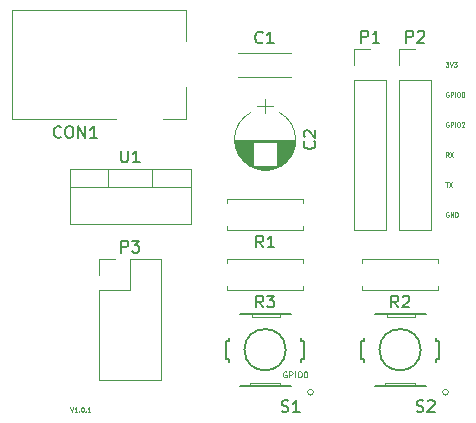
<source format=gbr>
G04 #@! TF.FileFunction,Legend,Top*
%FSLAX46Y46*%
G04 Gerber Fmt 4.6, Leading zero omitted, Abs format (unit mm)*
G04 Created by KiCad (PCBNEW 4.0.5+dfsg1-4~bpo8+1) date Tue Aug 29 22:55:19 2017*
%MOMM*%
%LPD*%
G01*
G04 APERTURE LIST*
%ADD10C,0.100000*%
%ADD11C,0.076200*%
%ADD12C,0.120000*%
%ADD13C,0.152400*%
%ADD14C,0.050800*%
%ADD15C,0.150000*%
G04 APERTURE END LIST*
D10*
D11*
X133386286Y-105201357D02*
X133513286Y-105582357D01*
X133640286Y-105201357D01*
X133966857Y-105582357D02*
X133749142Y-105582357D01*
X133858000Y-105582357D02*
X133858000Y-105201357D01*
X133821714Y-105255786D01*
X133785428Y-105292071D01*
X133749142Y-105310214D01*
X134130142Y-105546071D02*
X134148285Y-105564214D01*
X134130142Y-105582357D01*
X134111999Y-105564214D01*
X134130142Y-105546071D01*
X134130142Y-105582357D01*
X134384143Y-105201357D02*
X134420428Y-105201357D01*
X134456714Y-105219500D01*
X134474857Y-105237643D01*
X134493000Y-105273929D01*
X134511143Y-105346500D01*
X134511143Y-105437214D01*
X134493000Y-105509786D01*
X134474857Y-105546071D01*
X134456714Y-105564214D01*
X134420428Y-105582357D01*
X134384143Y-105582357D01*
X134347857Y-105564214D01*
X134329714Y-105546071D01*
X134311571Y-105509786D01*
X134293428Y-105437214D01*
X134293428Y-105346500D01*
X134311571Y-105273929D01*
X134329714Y-105237643D01*
X134347857Y-105219500D01*
X134384143Y-105201357D01*
X134674428Y-105546071D02*
X134692571Y-105564214D01*
X134674428Y-105582357D01*
X134656285Y-105564214D01*
X134674428Y-105546071D01*
X134674428Y-105582357D01*
X135055429Y-105582357D02*
X134837714Y-105582357D01*
X134946572Y-105582357D02*
X134946572Y-105201357D01*
X134910286Y-105255786D01*
X134874000Y-105292071D01*
X134837714Y-105310214D01*
X165390286Y-88709500D02*
X165354000Y-88691357D01*
X165299571Y-88691357D01*
X165245143Y-88709500D01*
X165208857Y-88745786D01*
X165190714Y-88782071D01*
X165172571Y-88854643D01*
X165172571Y-88909071D01*
X165190714Y-88981643D01*
X165208857Y-89017929D01*
X165245143Y-89054214D01*
X165299571Y-89072357D01*
X165335857Y-89072357D01*
X165390286Y-89054214D01*
X165408429Y-89036071D01*
X165408429Y-88909071D01*
X165335857Y-88909071D01*
X165571714Y-89072357D02*
X165571714Y-88691357D01*
X165789429Y-89072357D01*
X165789429Y-88691357D01*
X165970857Y-89072357D02*
X165970857Y-88691357D01*
X166061572Y-88691357D01*
X166116000Y-88709500D01*
X166152286Y-88745786D01*
X166170429Y-88782071D01*
X166188572Y-88854643D01*
X166188572Y-88909071D01*
X166170429Y-88981643D01*
X166152286Y-89017929D01*
X166116000Y-89054214D01*
X166061572Y-89072357D01*
X165970857Y-89072357D01*
X165136286Y-86151357D02*
X165354000Y-86151357D01*
X165245143Y-86532357D02*
X165245143Y-86151357D01*
X165444715Y-86151357D02*
X165698715Y-86532357D01*
X165698715Y-86151357D02*
X165444715Y-86532357D01*
X165408429Y-83992357D02*
X165281429Y-83810929D01*
X165190714Y-83992357D02*
X165190714Y-83611357D01*
X165335857Y-83611357D01*
X165372143Y-83629500D01*
X165390286Y-83647643D01*
X165408429Y-83683929D01*
X165408429Y-83738357D01*
X165390286Y-83774643D01*
X165372143Y-83792786D01*
X165335857Y-83810929D01*
X165190714Y-83810929D01*
X165535429Y-83611357D02*
X165789429Y-83992357D01*
X165789429Y-83611357D02*
X165535429Y-83992357D01*
X165390286Y-81089500D02*
X165354000Y-81071357D01*
X165299571Y-81071357D01*
X165245143Y-81089500D01*
X165208857Y-81125786D01*
X165190714Y-81162071D01*
X165172571Y-81234643D01*
X165172571Y-81289071D01*
X165190714Y-81361643D01*
X165208857Y-81397929D01*
X165245143Y-81434214D01*
X165299571Y-81452357D01*
X165335857Y-81452357D01*
X165390286Y-81434214D01*
X165408429Y-81416071D01*
X165408429Y-81289071D01*
X165335857Y-81289071D01*
X165571714Y-81452357D02*
X165571714Y-81071357D01*
X165716857Y-81071357D01*
X165753143Y-81089500D01*
X165771286Y-81107643D01*
X165789429Y-81143929D01*
X165789429Y-81198357D01*
X165771286Y-81234643D01*
X165753143Y-81252786D01*
X165716857Y-81270929D01*
X165571714Y-81270929D01*
X165952714Y-81452357D02*
X165952714Y-81071357D01*
X166206715Y-81071357D02*
X166279286Y-81071357D01*
X166315572Y-81089500D01*
X166351858Y-81125786D01*
X166370000Y-81198357D01*
X166370000Y-81325357D01*
X166351858Y-81397929D01*
X166315572Y-81434214D01*
X166279286Y-81452357D01*
X166206715Y-81452357D01*
X166170429Y-81434214D01*
X166134143Y-81397929D01*
X166116000Y-81325357D01*
X166116000Y-81198357D01*
X166134143Y-81125786D01*
X166170429Y-81089500D01*
X166206715Y-81071357D01*
X166515143Y-81107643D02*
X166533286Y-81089500D01*
X166569572Y-81071357D01*
X166660286Y-81071357D01*
X166696572Y-81089500D01*
X166714715Y-81107643D01*
X166732858Y-81143929D01*
X166732858Y-81180214D01*
X166714715Y-81234643D01*
X166497001Y-81452357D01*
X166732858Y-81452357D01*
X165390286Y-78549500D02*
X165354000Y-78531357D01*
X165299571Y-78531357D01*
X165245143Y-78549500D01*
X165208857Y-78585786D01*
X165190714Y-78622071D01*
X165172571Y-78694643D01*
X165172571Y-78749071D01*
X165190714Y-78821643D01*
X165208857Y-78857929D01*
X165245143Y-78894214D01*
X165299571Y-78912357D01*
X165335857Y-78912357D01*
X165390286Y-78894214D01*
X165408429Y-78876071D01*
X165408429Y-78749071D01*
X165335857Y-78749071D01*
X165571714Y-78912357D02*
X165571714Y-78531357D01*
X165716857Y-78531357D01*
X165753143Y-78549500D01*
X165771286Y-78567643D01*
X165789429Y-78603929D01*
X165789429Y-78658357D01*
X165771286Y-78694643D01*
X165753143Y-78712786D01*
X165716857Y-78730929D01*
X165571714Y-78730929D01*
X165952714Y-78912357D02*
X165952714Y-78531357D01*
X166206715Y-78531357D02*
X166279286Y-78531357D01*
X166315572Y-78549500D01*
X166351858Y-78585786D01*
X166370000Y-78658357D01*
X166370000Y-78785357D01*
X166351858Y-78857929D01*
X166315572Y-78894214D01*
X166279286Y-78912357D01*
X166206715Y-78912357D01*
X166170429Y-78894214D01*
X166134143Y-78857929D01*
X166116000Y-78785357D01*
X166116000Y-78658357D01*
X166134143Y-78585786D01*
X166170429Y-78549500D01*
X166206715Y-78531357D01*
X166605858Y-78531357D02*
X166642143Y-78531357D01*
X166678429Y-78549500D01*
X166696572Y-78567643D01*
X166714715Y-78603929D01*
X166732858Y-78676500D01*
X166732858Y-78767214D01*
X166714715Y-78839786D01*
X166696572Y-78876071D01*
X166678429Y-78894214D01*
X166642143Y-78912357D01*
X166605858Y-78912357D01*
X166569572Y-78894214D01*
X166551429Y-78876071D01*
X166533286Y-78839786D01*
X166515143Y-78767214D01*
X166515143Y-78676500D01*
X166533286Y-78603929D01*
X166551429Y-78567643D01*
X166569572Y-78549500D01*
X166605858Y-78531357D01*
X165154429Y-75991357D02*
X165390286Y-75991357D01*
X165263286Y-76136500D01*
X165317714Y-76136500D01*
X165354000Y-76154643D01*
X165372143Y-76172786D01*
X165390286Y-76209071D01*
X165390286Y-76299786D01*
X165372143Y-76336071D01*
X165354000Y-76354214D01*
X165317714Y-76372357D01*
X165208857Y-76372357D01*
X165172571Y-76354214D01*
X165154429Y-76336071D01*
X165499143Y-75991357D02*
X165626143Y-76372357D01*
X165753143Y-75991357D01*
X165843857Y-75991357D02*
X166079714Y-75991357D01*
X165952714Y-76136500D01*
X166007142Y-76136500D01*
X166043428Y-76154643D01*
X166061571Y-76172786D01*
X166079714Y-76209071D01*
X166079714Y-76299786D01*
X166061571Y-76336071D01*
X166043428Y-76354214D01*
X166007142Y-76372357D01*
X165898285Y-76372357D01*
X165861999Y-76354214D01*
X165843857Y-76336071D01*
D10*
X151661905Y-102195000D02*
X151614286Y-102171190D01*
X151542858Y-102171190D01*
X151471429Y-102195000D01*
X151423810Y-102242619D01*
X151400001Y-102290238D01*
X151376191Y-102385476D01*
X151376191Y-102456905D01*
X151400001Y-102552143D01*
X151423810Y-102599762D01*
X151471429Y-102647381D01*
X151542858Y-102671190D01*
X151590477Y-102671190D01*
X151661905Y-102647381D01*
X151685715Y-102623571D01*
X151685715Y-102456905D01*
X151590477Y-102456905D01*
X151900001Y-102671190D02*
X151900001Y-102171190D01*
X152090477Y-102171190D01*
X152138096Y-102195000D01*
X152161905Y-102218810D01*
X152185715Y-102266429D01*
X152185715Y-102337857D01*
X152161905Y-102385476D01*
X152138096Y-102409286D01*
X152090477Y-102433095D01*
X151900001Y-102433095D01*
X152400001Y-102671190D02*
X152400001Y-102171190D01*
X152733334Y-102171190D02*
X152828572Y-102171190D01*
X152876191Y-102195000D01*
X152923810Y-102242619D01*
X152947619Y-102337857D01*
X152947619Y-102504524D01*
X152923810Y-102599762D01*
X152876191Y-102647381D01*
X152828572Y-102671190D01*
X152733334Y-102671190D01*
X152685715Y-102647381D01*
X152638096Y-102599762D01*
X152614286Y-102504524D01*
X152614286Y-102337857D01*
X152638096Y-102242619D01*
X152685715Y-102195000D01*
X152733334Y-102171190D01*
X153257144Y-102171190D02*
X153304763Y-102171190D01*
X153352382Y-102195000D01*
X153376191Y-102218810D01*
X153400001Y-102266429D01*
X153423810Y-102361667D01*
X153423810Y-102480714D01*
X153400001Y-102575952D01*
X153376191Y-102623571D01*
X153352382Y-102647381D01*
X153304763Y-102671190D01*
X153257144Y-102671190D01*
X153209525Y-102647381D01*
X153185715Y-102623571D01*
X153161906Y-102575952D01*
X153138096Y-102480714D01*
X153138096Y-102361667D01*
X153161906Y-102266429D01*
X153185715Y-102218810D01*
X153209525Y-102195000D01*
X153257144Y-102171190D01*
D12*
X151039723Y-84835722D02*
G75*
G03X151040000Y-80224420I-1179723J2305722D01*
G01*
X148680277Y-84835722D02*
G75*
G02X148680000Y-80224420I1179723J2305722D01*
G01*
X148680277Y-84835722D02*
G75*
G03X151040000Y-84835580I1179723J2305722D01*
G01*
X152410000Y-82530000D02*
X147310000Y-82530000D01*
X152410000Y-82570000D02*
X147310000Y-82570000D01*
X152409000Y-82610000D02*
X147311000Y-82610000D01*
X152408000Y-82650000D02*
X147312000Y-82650000D01*
X152406000Y-82690000D02*
X147314000Y-82690000D01*
X152403000Y-82730000D02*
X147317000Y-82730000D01*
X152399000Y-82770000D02*
X147321000Y-82770000D01*
X152395000Y-82810000D02*
X150840000Y-82810000D01*
X148880000Y-82810000D02*
X147325000Y-82810000D01*
X152391000Y-82850000D02*
X150840000Y-82850000D01*
X148880000Y-82850000D02*
X147329000Y-82850000D01*
X152385000Y-82890000D02*
X150840000Y-82890000D01*
X148880000Y-82890000D02*
X147335000Y-82890000D01*
X152379000Y-82930000D02*
X150840000Y-82930000D01*
X148880000Y-82930000D02*
X147341000Y-82930000D01*
X152373000Y-82970000D02*
X150840000Y-82970000D01*
X148880000Y-82970000D02*
X147347000Y-82970000D01*
X152366000Y-83010000D02*
X150840000Y-83010000D01*
X148880000Y-83010000D02*
X147354000Y-83010000D01*
X152358000Y-83050000D02*
X150840000Y-83050000D01*
X148880000Y-83050000D02*
X147362000Y-83050000D01*
X152349000Y-83090000D02*
X150840000Y-83090000D01*
X148880000Y-83090000D02*
X147371000Y-83090000D01*
X152340000Y-83130000D02*
X150840000Y-83130000D01*
X148880000Y-83130000D02*
X147380000Y-83130000D01*
X152330000Y-83170000D02*
X150840000Y-83170000D01*
X148880000Y-83170000D02*
X147390000Y-83170000D01*
X152320000Y-83210000D02*
X150840000Y-83210000D01*
X148880000Y-83210000D02*
X147400000Y-83210000D01*
X152308000Y-83251000D02*
X150840000Y-83251000D01*
X148880000Y-83251000D02*
X147412000Y-83251000D01*
X152296000Y-83291000D02*
X150840000Y-83291000D01*
X148880000Y-83291000D02*
X147424000Y-83291000D01*
X152284000Y-83331000D02*
X150840000Y-83331000D01*
X148880000Y-83331000D02*
X147436000Y-83331000D01*
X152270000Y-83371000D02*
X150840000Y-83371000D01*
X148880000Y-83371000D02*
X147450000Y-83371000D01*
X152256000Y-83411000D02*
X150840000Y-83411000D01*
X148880000Y-83411000D02*
X147464000Y-83411000D01*
X152242000Y-83451000D02*
X150840000Y-83451000D01*
X148880000Y-83451000D02*
X147478000Y-83451000D01*
X152226000Y-83491000D02*
X150840000Y-83491000D01*
X148880000Y-83491000D02*
X147494000Y-83491000D01*
X152210000Y-83531000D02*
X150840000Y-83531000D01*
X148880000Y-83531000D02*
X147510000Y-83531000D01*
X152193000Y-83571000D02*
X150840000Y-83571000D01*
X148880000Y-83571000D02*
X147527000Y-83571000D01*
X152175000Y-83611000D02*
X150840000Y-83611000D01*
X148880000Y-83611000D02*
X147545000Y-83611000D01*
X152156000Y-83651000D02*
X150840000Y-83651000D01*
X148880000Y-83651000D02*
X147564000Y-83651000D01*
X152136000Y-83691000D02*
X150840000Y-83691000D01*
X148880000Y-83691000D02*
X147584000Y-83691000D01*
X152116000Y-83731000D02*
X150840000Y-83731000D01*
X148880000Y-83731000D02*
X147604000Y-83731000D01*
X152094000Y-83771000D02*
X150840000Y-83771000D01*
X148880000Y-83771000D02*
X147626000Y-83771000D01*
X152072000Y-83811000D02*
X150840000Y-83811000D01*
X148880000Y-83811000D02*
X147648000Y-83811000D01*
X152049000Y-83851000D02*
X150840000Y-83851000D01*
X148880000Y-83851000D02*
X147671000Y-83851000D01*
X152025000Y-83891000D02*
X150840000Y-83891000D01*
X148880000Y-83891000D02*
X147695000Y-83891000D01*
X152000000Y-83931000D02*
X150840000Y-83931000D01*
X148880000Y-83931000D02*
X147720000Y-83931000D01*
X151973000Y-83971000D02*
X150840000Y-83971000D01*
X148880000Y-83971000D02*
X147747000Y-83971000D01*
X151946000Y-84011000D02*
X150840000Y-84011000D01*
X148880000Y-84011000D02*
X147774000Y-84011000D01*
X151918000Y-84051000D02*
X150840000Y-84051000D01*
X148880000Y-84051000D02*
X147802000Y-84051000D01*
X151888000Y-84091000D02*
X150840000Y-84091000D01*
X148880000Y-84091000D02*
X147832000Y-84091000D01*
X151857000Y-84131000D02*
X150840000Y-84131000D01*
X148880000Y-84131000D02*
X147863000Y-84131000D01*
X151825000Y-84171000D02*
X150840000Y-84171000D01*
X148880000Y-84171000D02*
X147895000Y-84171000D01*
X151792000Y-84211000D02*
X150840000Y-84211000D01*
X148880000Y-84211000D02*
X147928000Y-84211000D01*
X151757000Y-84251000D02*
X150840000Y-84251000D01*
X148880000Y-84251000D02*
X147963000Y-84251000D01*
X151721000Y-84291000D02*
X150840000Y-84291000D01*
X148880000Y-84291000D02*
X147999000Y-84291000D01*
X151683000Y-84331000D02*
X150840000Y-84331000D01*
X148880000Y-84331000D02*
X148037000Y-84331000D01*
X151643000Y-84371000D02*
X150840000Y-84371000D01*
X148880000Y-84371000D02*
X148077000Y-84371000D01*
X151602000Y-84411000D02*
X150840000Y-84411000D01*
X148880000Y-84411000D02*
X148118000Y-84411000D01*
X151559000Y-84451000D02*
X150840000Y-84451000D01*
X148880000Y-84451000D02*
X148161000Y-84451000D01*
X151514000Y-84491000D02*
X150840000Y-84491000D01*
X148880000Y-84491000D02*
X148206000Y-84491000D01*
X151466000Y-84531000D02*
X150840000Y-84531000D01*
X148880000Y-84531000D02*
X148254000Y-84531000D01*
X151416000Y-84571000D02*
X150840000Y-84571000D01*
X148880000Y-84571000D02*
X148304000Y-84571000D01*
X151364000Y-84611000D02*
X150840000Y-84611000D01*
X148880000Y-84611000D02*
X148356000Y-84611000D01*
X151308000Y-84651000D02*
X150840000Y-84651000D01*
X148880000Y-84651000D02*
X148412000Y-84651000D01*
X151250000Y-84691000D02*
X150840000Y-84691000D01*
X148880000Y-84691000D02*
X148470000Y-84691000D01*
X151187000Y-84731000D02*
X150840000Y-84731000D01*
X148880000Y-84731000D02*
X148533000Y-84731000D01*
X151121000Y-84771000D02*
X148599000Y-84771000D01*
X151049000Y-84811000D02*
X148671000Y-84811000D01*
X150972000Y-84851000D02*
X148748000Y-84851000D01*
X150888000Y-84891000D02*
X148832000Y-84891000D01*
X150794000Y-84931000D02*
X148926000Y-84931000D01*
X150689000Y-84971000D02*
X149031000Y-84971000D01*
X150567000Y-85011000D02*
X149153000Y-85011000D01*
X150419000Y-85051000D02*
X149301000Y-85051000D01*
X150214000Y-85091000D02*
X149506000Y-85091000D01*
X149860000Y-79080000D02*
X149860000Y-80280000D01*
X150510000Y-79680000D02*
X149210000Y-79680000D01*
X137240000Y-80800000D02*
X128440000Y-80800000D01*
X128440000Y-80800000D02*
X128440000Y-71600000D01*
X143140000Y-78100000D02*
X143140000Y-80800000D01*
X143140000Y-80800000D02*
X141240000Y-80800000D01*
X128440000Y-71600000D02*
X143140000Y-71600000D01*
X143140000Y-71600000D02*
X143140000Y-74200000D01*
X135830000Y-102930000D02*
X141030000Y-102930000D01*
X135830000Y-95250000D02*
X135830000Y-102930000D01*
X141030000Y-92650000D02*
X141030000Y-102930000D01*
X135830000Y-95250000D02*
X138430000Y-95250000D01*
X138430000Y-95250000D02*
X138430000Y-92650000D01*
X138430000Y-92650000D02*
X141030000Y-92650000D01*
X135830000Y-93980000D02*
X135830000Y-92650000D01*
X135830000Y-92650000D02*
X137160000Y-92650000D01*
X153070000Y-89880000D02*
X153070000Y-90210000D01*
X153070000Y-90210000D02*
X146650000Y-90210000D01*
X146650000Y-90210000D02*
X146650000Y-89880000D01*
X153070000Y-87920000D02*
X153070000Y-87590000D01*
X153070000Y-87590000D02*
X146650000Y-87590000D01*
X146650000Y-87590000D02*
X146650000Y-87920000D01*
X164500000Y-94960000D02*
X164500000Y-95290000D01*
X164500000Y-95290000D02*
X158080000Y-95290000D01*
X158080000Y-95290000D02*
X158080000Y-94960000D01*
X164500000Y-93000000D02*
X164500000Y-92670000D01*
X164500000Y-92670000D02*
X158080000Y-92670000D01*
X158080000Y-92670000D02*
X158080000Y-93000000D01*
X153070000Y-94960000D02*
X153070000Y-95290000D01*
X153070000Y-95290000D02*
X146650000Y-95290000D01*
X146650000Y-95290000D02*
X146650000Y-94960000D01*
X153070000Y-93000000D02*
X153070000Y-92670000D01*
X153070000Y-92670000D02*
X146650000Y-92670000D01*
X146650000Y-92670000D02*
X146650000Y-93000000D01*
D13*
X146558000Y-99568000D02*
X146812000Y-99568000D01*
X146558000Y-99568000D02*
X146558000Y-101092000D01*
X146812000Y-101092000D02*
X146558000Y-101092000D01*
X153162000Y-101092000D02*
X152908000Y-101092000D01*
X153162000Y-101092000D02*
X153162000Y-99568000D01*
X152908000Y-99568000D02*
X153162000Y-99568000D01*
D14*
X151130000Y-103378000D02*
X151130000Y-103124000D01*
X148590000Y-103124000D02*
X151130000Y-103124000D01*
X148590000Y-103124000D02*
X148590000Y-103378000D01*
X148717000Y-97536000D02*
X151130000Y-97536000D01*
X148717000Y-97536000D02*
X148717000Y-97282000D01*
X151130000Y-97536000D02*
X151130000Y-97282000D01*
D13*
X152019000Y-97282000D02*
X151130000Y-97282000D01*
X147701000Y-103378000D02*
X148590000Y-103378000D01*
X148590000Y-103378000D02*
X151130000Y-103378000D01*
X151130000Y-103378000D02*
X152019000Y-103378000D01*
X151130000Y-97282000D02*
X148717000Y-97282000D01*
X148717000Y-97282000D02*
X147701000Y-97282000D01*
X146812000Y-99568000D02*
X146812000Y-99314000D01*
X146812000Y-101092000D02*
X146812000Y-101346000D01*
X152908000Y-99568000D02*
X152908000Y-99314000D01*
X152908000Y-101092000D02*
X152908000Y-101346000D01*
X151610000Y-100330000D02*
G75*
G03X151610000Y-100330000I-1750000J0D01*
G01*
D10*
X153960000Y-103930000D02*
G75*
G03X153960000Y-103930000I-250000J0D01*
G01*
D13*
X157988000Y-99568000D02*
X158242000Y-99568000D01*
X157988000Y-99568000D02*
X157988000Y-101092000D01*
X158242000Y-101092000D02*
X157988000Y-101092000D01*
X164592000Y-101092000D02*
X164338000Y-101092000D01*
X164592000Y-101092000D02*
X164592000Y-99568000D01*
X164338000Y-99568000D02*
X164592000Y-99568000D01*
D14*
X162560000Y-103378000D02*
X162560000Y-103124000D01*
X160020000Y-103124000D02*
X162560000Y-103124000D01*
X160020000Y-103124000D02*
X160020000Y-103378000D01*
X160147000Y-97536000D02*
X162560000Y-97536000D01*
X160147000Y-97536000D02*
X160147000Y-97282000D01*
X162560000Y-97536000D02*
X162560000Y-97282000D01*
D13*
X163449000Y-97282000D02*
X162560000Y-97282000D01*
X159131000Y-103378000D02*
X160020000Y-103378000D01*
X160020000Y-103378000D02*
X162560000Y-103378000D01*
X162560000Y-103378000D02*
X163449000Y-103378000D01*
X162560000Y-97282000D02*
X160147000Y-97282000D01*
X160147000Y-97282000D02*
X159131000Y-97282000D01*
X158242000Y-99568000D02*
X158242000Y-99314000D01*
X158242000Y-101092000D02*
X158242000Y-101346000D01*
X164338000Y-99568000D02*
X164338000Y-99314000D01*
X164338000Y-101092000D02*
X164338000Y-101346000D01*
X163040000Y-100330000D02*
G75*
G03X163040000Y-100330000I-1750000J0D01*
G01*
D10*
X165390000Y-103930000D02*
G75*
G03X165390000Y-103930000I-250000J0D01*
G01*
D12*
X133310000Y-85010000D02*
X143550000Y-85010000D01*
X133310000Y-89651000D02*
X143550000Y-89651000D01*
X133310000Y-85010000D02*
X133310000Y-89651000D01*
X143550000Y-85010000D02*
X143550000Y-89651000D01*
X133310000Y-86520000D02*
X143550000Y-86520000D01*
X136580000Y-85010000D02*
X136580000Y-86520000D01*
X140281000Y-85010000D02*
X140281000Y-86520000D01*
X147610000Y-75190000D02*
X152030000Y-75190000D01*
X147610000Y-77210000D02*
X152030000Y-77210000D01*
X147610000Y-75190000D02*
X147610000Y-75204000D01*
X147610000Y-77196000D02*
X147610000Y-77210000D01*
X152030000Y-75190000D02*
X152030000Y-75204000D01*
X152030000Y-77196000D02*
X152030000Y-77210000D01*
X157420000Y-90230000D02*
X160080000Y-90230000D01*
X157420000Y-77470000D02*
X157420000Y-90230000D01*
X160080000Y-77470000D02*
X160080000Y-90230000D01*
X157420000Y-77470000D02*
X160080000Y-77470000D01*
X157420000Y-76200000D02*
X157420000Y-74870000D01*
X157420000Y-74870000D02*
X158750000Y-74870000D01*
X161230000Y-90230000D02*
X163890000Y-90230000D01*
X161230000Y-77470000D02*
X161230000Y-90230000D01*
X163890000Y-77470000D02*
X163890000Y-90230000D01*
X161230000Y-77470000D02*
X163890000Y-77470000D01*
X161230000Y-76200000D02*
X161230000Y-74870000D01*
X161230000Y-74870000D02*
X162560000Y-74870000D01*
D15*
X154027143Y-82696666D02*
X154074762Y-82744285D01*
X154122381Y-82887142D01*
X154122381Y-82982380D01*
X154074762Y-83125238D01*
X153979524Y-83220476D01*
X153884286Y-83268095D01*
X153693810Y-83315714D01*
X153550952Y-83315714D01*
X153360476Y-83268095D01*
X153265238Y-83220476D01*
X153170000Y-83125238D01*
X153122381Y-82982380D01*
X153122381Y-82887142D01*
X153170000Y-82744285D01*
X153217619Y-82696666D01*
X153217619Y-82315714D02*
X153170000Y-82268095D01*
X153122381Y-82172857D01*
X153122381Y-81934761D01*
X153170000Y-81839523D01*
X153217619Y-81791904D01*
X153312857Y-81744285D01*
X153408095Y-81744285D01*
X153550952Y-81791904D01*
X154122381Y-82363333D01*
X154122381Y-81744285D01*
X132575715Y-82307143D02*
X132528096Y-82354762D01*
X132385239Y-82402381D01*
X132290001Y-82402381D01*
X132147143Y-82354762D01*
X132051905Y-82259524D01*
X132004286Y-82164286D01*
X131956667Y-81973810D01*
X131956667Y-81830952D01*
X132004286Y-81640476D01*
X132051905Y-81545238D01*
X132147143Y-81450000D01*
X132290001Y-81402381D01*
X132385239Y-81402381D01*
X132528096Y-81450000D01*
X132575715Y-81497619D01*
X133194762Y-81402381D02*
X133385239Y-81402381D01*
X133480477Y-81450000D01*
X133575715Y-81545238D01*
X133623334Y-81735714D01*
X133623334Y-82069048D01*
X133575715Y-82259524D01*
X133480477Y-82354762D01*
X133385239Y-82402381D01*
X133194762Y-82402381D01*
X133099524Y-82354762D01*
X133004286Y-82259524D01*
X132956667Y-82069048D01*
X132956667Y-81735714D01*
X133004286Y-81545238D01*
X133099524Y-81450000D01*
X133194762Y-81402381D01*
X134051905Y-82402381D02*
X134051905Y-81402381D01*
X134623334Y-82402381D01*
X134623334Y-81402381D01*
X135623334Y-82402381D02*
X135051905Y-82402381D01*
X135337619Y-82402381D02*
X135337619Y-81402381D01*
X135242381Y-81545238D01*
X135147143Y-81640476D01*
X135051905Y-81688095D01*
X137691905Y-92102381D02*
X137691905Y-91102381D01*
X138072858Y-91102381D01*
X138168096Y-91150000D01*
X138215715Y-91197619D01*
X138263334Y-91292857D01*
X138263334Y-91435714D01*
X138215715Y-91530952D01*
X138168096Y-91578571D01*
X138072858Y-91626190D01*
X137691905Y-91626190D01*
X138596667Y-91102381D02*
X139215715Y-91102381D01*
X138882381Y-91483333D01*
X139025239Y-91483333D01*
X139120477Y-91530952D01*
X139168096Y-91578571D01*
X139215715Y-91673810D01*
X139215715Y-91911905D01*
X139168096Y-92007143D01*
X139120477Y-92054762D01*
X139025239Y-92102381D01*
X138739524Y-92102381D01*
X138644286Y-92054762D01*
X138596667Y-92007143D01*
X149693334Y-91662381D02*
X149360000Y-91186190D01*
X149121905Y-91662381D02*
X149121905Y-90662381D01*
X149502858Y-90662381D01*
X149598096Y-90710000D01*
X149645715Y-90757619D01*
X149693334Y-90852857D01*
X149693334Y-90995714D01*
X149645715Y-91090952D01*
X149598096Y-91138571D01*
X149502858Y-91186190D01*
X149121905Y-91186190D01*
X150645715Y-91662381D02*
X150074286Y-91662381D01*
X150360000Y-91662381D02*
X150360000Y-90662381D01*
X150264762Y-90805238D01*
X150169524Y-90900476D01*
X150074286Y-90948095D01*
X161123334Y-96742381D02*
X160790000Y-96266190D01*
X160551905Y-96742381D02*
X160551905Y-95742381D01*
X160932858Y-95742381D01*
X161028096Y-95790000D01*
X161075715Y-95837619D01*
X161123334Y-95932857D01*
X161123334Y-96075714D01*
X161075715Y-96170952D01*
X161028096Y-96218571D01*
X160932858Y-96266190D01*
X160551905Y-96266190D01*
X161504286Y-95837619D02*
X161551905Y-95790000D01*
X161647143Y-95742381D01*
X161885239Y-95742381D01*
X161980477Y-95790000D01*
X162028096Y-95837619D01*
X162075715Y-95932857D01*
X162075715Y-96028095D01*
X162028096Y-96170952D01*
X161456667Y-96742381D01*
X162075715Y-96742381D01*
X149693334Y-96742381D02*
X149360000Y-96266190D01*
X149121905Y-96742381D02*
X149121905Y-95742381D01*
X149502858Y-95742381D01*
X149598096Y-95790000D01*
X149645715Y-95837619D01*
X149693334Y-95932857D01*
X149693334Y-96075714D01*
X149645715Y-96170952D01*
X149598096Y-96218571D01*
X149502858Y-96266190D01*
X149121905Y-96266190D01*
X150026667Y-95742381D02*
X150645715Y-95742381D01*
X150312381Y-96123333D01*
X150455239Y-96123333D01*
X150550477Y-96170952D01*
X150598096Y-96218571D01*
X150645715Y-96313810D01*
X150645715Y-96551905D01*
X150598096Y-96647143D01*
X150550477Y-96694762D01*
X150455239Y-96742381D01*
X150169524Y-96742381D01*
X150074286Y-96694762D01*
X150026667Y-96647143D01*
X151256879Y-105555699D02*
X151399816Y-105603344D01*
X151638045Y-105603344D01*
X151733336Y-105555699D01*
X151780982Y-105508053D01*
X151828627Y-105412761D01*
X151828627Y-105317470D01*
X151780982Y-105222179D01*
X151733336Y-105174533D01*
X151638045Y-105126887D01*
X151447462Y-105079241D01*
X151352170Y-105031596D01*
X151304525Y-104983950D01*
X151256879Y-104888659D01*
X151256879Y-104793367D01*
X151304525Y-104698076D01*
X151352170Y-104650430D01*
X151447462Y-104602784D01*
X151685690Y-104602784D01*
X151828627Y-104650430D01*
X152781541Y-105603344D02*
X152209793Y-105603344D01*
X152495667Y-105603344D02*
X152495667Y-104602784D01*
X152400376Y-104745721D01*
X152305084Y-104841013D01*
X152209793Y-104888659D01*
X162686879Y-105555699D02*
X162829816Y-105603344D01*
X163068045Y-105603344D01*
X163163336Y-105555699D01*
X163210982Y-105508053D01*
X163258627Y-105412761D01*
X163258627Y-105317470D01*
X163210982Y-105222179D01*
X163163336Y-105174533D01*
X163068045Y-105126887D01*
X162877462Y-105079241D01*
X162782170Y-105031596D01*
X162734525Y-104983950D01*
X162686879Y-104888659D01*
X162686879Y-104793367D01*
X162734525Y-104698076D01*
X162782170Y-104650430D01*
X162877462Y-104602784D01*
X163115690Y-104602784D01*
X163258627Y-104650430D01*
X163639793Y-104698076D02*
X163687439Y-104650430D01*
X163782730Y-104602784D01*
X164020959Y-104602784D01*
X164116250Y-104650430D01*
X164163896Y-104698076D01*
X164211541Y-104793367D01*
X164211541Y-104888659D01*
X164163896Y-105031596D01*
X163592147Y-105603344D01*
X164211541Y-105603344D01*
X137668095Y-83462381D02*
X137668095Y-84271905D01*
X137715714Y-84367143D01*
X137763333Y-84414762D01*
X137858571Y-84462381D01*
X138049048Y-84462381D01*
X138144286Y-84414762D01*
X138191905Y-84367143D01*
X138239524Y-84271905D01*
X138239524Y-83462381D01*
X139239524Y-84462381D02*
X138668095Y-84462381D01*
X138953809Y-84462381D02*
X138953809Y-83462381D01*
X138858571Y-83605238D01*
X138763333Y-83700476D01*
X138668095Y-83748095D01*
X149653334Y-74297143D02*
X149605715Y-74344762D01*
X149462858Y-74392381D01*
X149367620Y-74392381D01*
X149224762Y-74344762D01*
X149129524Y-74249524D01*
X149081905Y-74154286D01*
X149034286Y-73963810D01*
X149034286Y-73820952D01*
X149081905Y-73630476D01*
X149129524Y-73535238D01*
X149224762Y-73440000D01*
X149367620Y-73392381D01*
X149462858Y-73392381D01*
X149605715Y-73440000D01*
X149653334Y-73487619D01*
X150605715Y-74392381D02*
X150034286Y-74392381D01*
X150320000Y-74392381D02*
X150320000Y-73392381D01*
X150224762Y-73535238D01*
X150129524Y-73630476D01*
X150034286Y-73678095D01*
X158011905Y-74322381D02*
X158011905Y-73322381D01*
X158392858Y-73322381D01*
X158488096Y-73370000D01*
X158535715Y-73417619D01*
X158583334Y-73512857D01*
X158583334Y-73655714D01*
X158535715Y-73750952D01*
X158488096Y-73798571D01*
X158392858Y-73846190D01*
X158011905Y-73846190D01*
X159535715Y-74322381D02*
X158964286Y-74322381D01*
X159250000Y-74322381D02*
X159250000Y-73322381D01*
X159154762Y-73465238D01*
X159059524Y-73560476D01*
X158964286Y-73608095D01*
X161821905Y-74322381D02*
X161821905Y-73322381D01*
X162202858Y-73322381D01*
X162298096Y-73370000D01*
X162345715Y-73417619D01*
X162393334Y-73512857D01*
X162393334Y-73655714D01*
X162345715Y-73750952D01*
X162298096Y-73798571D01*
X162202858Y-73846190D01*
X161821905Y-73846190D01*
X162774286Y-73417619D02*
X162821905Y-73370000D01*
X162917143Y-73322381D01*
X163155239Y-73322381D01*
X163250477Y-73370000D01*
X163298096Y-73417619D01*
X163345715Y-73512857D01*
X163345715Y-73608095D01*
X163298096Y-73750952D01*
X162726667Y-74322381D01*
X163345715Y-74322381D01*
M02*

</source>
